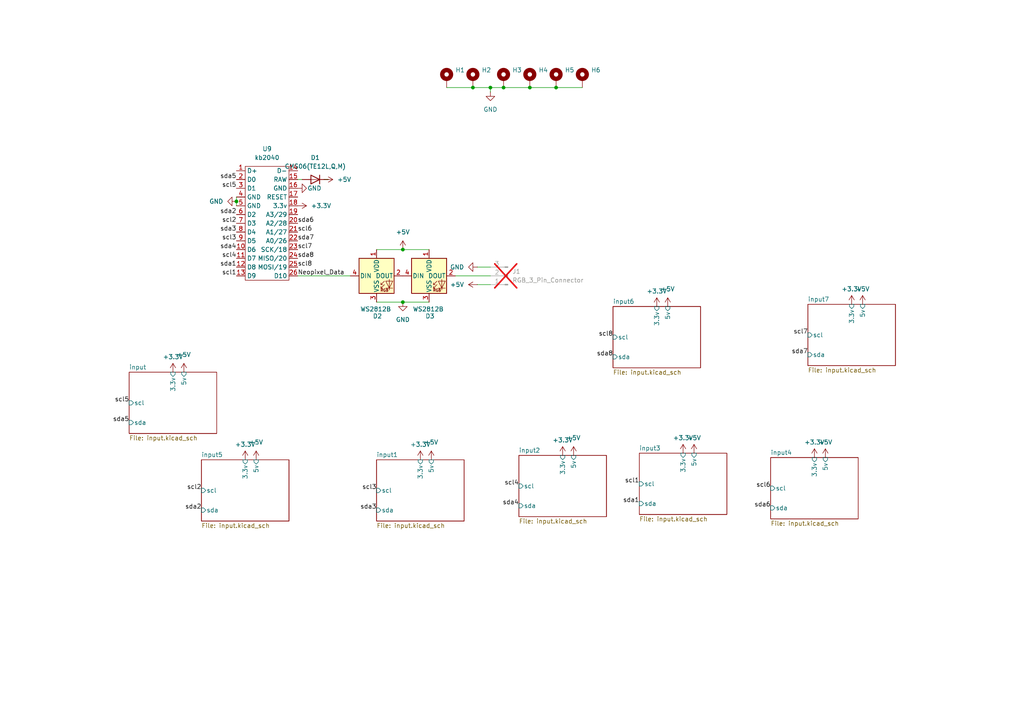
<source format=kicad_sch>
(kicad_sch (version 20250114) (generator "eeschema") (generator_version "9.0")
  (paper "A4")
  (lib_symbols
    (symbol "Connector:Conn_01x03_Pin" (pin_names (offset 1.016) (hide yes))
      (property "Reference" "J" (at 0 5.08 0))
      (property "Value" "Conn_01x03_Pin" (at 0 -5.08 0))
      (symbol "Conn_01x03_Pin_1_1"
        (rectangle (start 0.8636 2.667) (end 0 2.413) (stroke (width 0.1524)) (fill (type outline)))
        (rectangle (start 0.8636 0.127) (end 0 -0.127) (stroke (width 0.1524)) (fill (type outline)))
        (rectangle (start 0.8636 -2.413) (end 0 -2.667) (stroke (width 0.1524)) (fill (type outline)))
        (polyline (pts (xy 1.27 2.54) (xy 0.8636 2.54)) (stroke (width 0.1524)))
        (polyline (pts (xy 1.27 0) (xy 0.8636 0)) (stroke (width 0.1524)))
        (polyline (pts (xy 1.27 -2.54) (xy 0.8636 -2.54)) (stroke (width 0.1524)))
        (pin passive line (at 5.08 2.54 180) (length 3.81) (name "Pin_1") (number "1"))
        (pin passive line (at 5.08 0 180) (length 3.81) (name "Pin_2") (number "2"))
        (pin passive line (at 5.08 -2.54 180) (length 3.81) (name "Pin_3") (number "3"))
      )
    )
    (symbol "Device:D" (pin_numbers (hide yes)) (pin_names (offset 1.016) (hide yes))
      (property "Reference" "D" (at 0 2.54 0))
      (property "Value" "D" (at 0 -2.54 0))
      (symbol "D_0_1"
        (polyline (pts (xy -1.27 1.27) (xy -1.27 -1.27)) (stroke (width 0.254)))
        (polyline (pts (xy 1.27 1.27) (xy 1.27 -1.27) (xy -1.27 0) (xy 1.27 1.27)) (stroke (width 0.254)))
        (polyline (pts (xy 1.27 0) (xy -1.27 0)))
      )
      (symbol "D_1_1"
        (pin passive line (at -3.81 0 0) (length 2.54) (name "K") (number "1"))
        (pin passive line (at 3.81 0 180) (length 2.54) (name "A") (number "2"))
      )
    )
    (symbol "LED:WS2812B" (pin_names (offset 0.254))
      (property "Reference" "D" (at 5.08 5.715 0))
      (property "Value" "WS2812B" (at 1.27 -5.715 0))
      (symbol "WS2812B_0_0"
        (text "RGB" (at 2.286 -4.191 0) (effects (font (size 0.762 0.762))))
      )
      (symbol "WS2812B_0_1"
        (polyline (pts (xy 1.27 -2.54) (xy 1.778 -2.54)))
        (polyline (pts (xy 1.27 -3.556) (xy 1.778 -3.556)))
        (polyline (pts (xy 2.286 -1.524) (xy 1.27 -2.54) (xy 1.27 -2.032)))
        (polyline (pts (xy 2.286 -2.54) (xy 1.27 -3.556) (xy 1.27 -3.048)))
        (polyline (pts (xy 3.683 -1.016) (xy 3.683 -3.556) (xy 3.683 -4.064)))
        (polyline (pts (xy 4.699 -1.524) (xy 2.667 -1.524) (xy 3.683 -3.556) (xy 4.699 -1.524)))
        (polyline (pts (xy 4.699 -3.556) (xy 2.667 -3.556)))
        (rectangle (start 5.08 5.08) (end -5.08 -5.08) (stroke (width 0.254)) (fill (type background)))
      )
      (symbol "WS2812B_1_1"
        (pin input line (at -7.62 0 0) (length 2.54) (name "DIN") (number "4"))
        (pin power_in line (at 0 7.62 270) (length 2.54) (name "VDD") (number "1"))
        (pin power_in line (at 0 -7.62 90) (length 2.54) (name "VSS") (number "3"))
        (pin output line (at 7.62 0 180) (length 2.54) (name "DOUT") (number "2"))
      )
    )
    (symbol "Mechanical:MountingHole_Pad" (pin_numbers (hide yes)) (pin_names (offset 1.016) (hide yes)) (in_bom no)
      (property "Reference" "H" (at 0 6.35 0))
      (property "Value" "MountingHole_Pad" (at 0 4.445 0))
      (symbol "MountingHole_Pad_0_1"
        (circle (center 0 1.27) (radius 1.27) (stroke (width 1.27)))
      )
      (symbol "MountingHole_Pad_1_1"
        (pin input line (at 0 -2.54 90) (length 2.54) (name "1") (number "1"))
      )
    )
    (symbol "kb2040:kb2040"
      (property "Reference" "U" (at 0 0 0))
      (property "Value" "kb2040" (at 0 -2.54 0))
      (symbol "kb2040_0_1"
        (rectangle (start 0 -3.81) (end 12.7 -36.83) (stroke (width 0.1524)))
      )
      (symbol "kb2040_1_1"
        (pin bidirectional line (at -2.54 -5.08 0) (length 2.54) (name "D+") (number "1"))
        (pin bidirectional line (at -2.54 -7.62 0) (length 2.54) (name "D0") (number "2"))
        (pin bidirectional line (at -2.54 -10.16 0) (length 2.54) (name "D1") (number "3"))
        (pin bidirectional line (at -2.54 -12.7 0) (length 2.54) (name "GND") (number "4"))
        (pin bidirectional line (at -2.54 -15.24 0) (length 2.54) (name "GND") (number "5"))
        (pin bidirectional line (at -2.54 -17.78 0) (length 2.54) (name "D2") (number "6"))
        (pin bidirectional line (at -2.54 -20.32 0) (length 2.54) (name "D3") (number "7"))
        (pin bidirectional line (at -2.54 -22.86 0) (length 2.54) (name "D4") (number "8"))
        (pin bidirectional line (at -2.54 -25.4 0) (length 2.54) (name "D5") (number "9"))
        (pin bidirectional line (at -2.54 -27.94 0) (length 2.54) (name "D6") (number "10"))
        (pin bidirectional line (at -2.54 -30.48 0) (length 2.54) (name "D7") (number "11"))
        (pin bidirectional line (at -2.54 -33.02 0) (length 2.54) (name "D8") (number "12"))
        (pin bidirectional line (at -2.54 -35.56 0) (length 2.54) (name "D9") (number "13"))
        (pin bidirectional line (at 15.24 -5.08 180) (length 2.54) (name "D-") (number "14"))
        (pin bidirectional line (at 15.24 -7.62 180) (length 2.54) (name "RAW") (number "15"))
        (pin bidirectional line (at 15.24 -10.16 180) (length 2.54) (name "GND") (number "16"))
        (pin bidirectional line (at 15.24 -12.7 180) (length 2.54) (name "RESET") (number "17"))
        (pin bidirectional line (at 15.24 -15.24 180) (length 2.54) (name "3.3v") (number "18"))
        (pin bidirectional line (at 15.24 -17.78 180) (length 2.54) (name "A3/29") (number "19"))
        (pin bidirectional line (at 15.24 -20.32 180) (length 2.54) (name "A2/28") (number "20"))
        (pin bidirectional line (at 15.24 -22.86 180) (length 2.54) (name "A1/27") (number "21"))
        (pin bidirectional line (at 15.24 -25.4 180) (length 2.54) (name "A0/26") (number "22"))
        (pin bidirectional line (at 15.24 -27.94 180) (length 2.54) (name "SCK/18") (number "23"))
        (pin bidirectional line (at 15.24 -30.48 180) (length 2.54) (name "MISO/20") (number "24"))
        (pin bidirectional line (at 15.24 -33.02 180) (length 2.54) (name "MOSI/19") (number "25"))
        (pin bidirectional line (at 15.24 -35.56 180) (length 2.54) (name "D10") (number "26"))
      )
    )
    (symbol "power:+3.3V" (power) (pin_numbers (hide yes)) (pin_names (offset 0) (hide yes))
      (property "Value" "+3.3V" (at 0 3.556 0))
      (symbol "+3.3V_0_1"
        (polyline (pts (xy -0.762 1.27) (xy 0 2.54)))
        (polyline (pts (xy 0 2.54) (xy 0.762 1.27)))
        (polyline (pts (xy 0 0) (xy 0 2.54)))
      )
      (symbol "+3.3V_1_1"
        (pin power_in line (at 0 0 90) (length 0) (name "~") (number "1"))
      )
    )
    (symbol "power:+5V" (power) (pin_numbers (hide yes)) (pin_names (offset 0) (hide yes))
      (property "Value" "+5V" (at 0 3.556 0))
      (symbol "+5V_0_1"
        (polyline (pts (xy -0.762 1.27) (xy 0 2.54)))
        (polyline (pts (xy 0 2.54) (xy 0.762 1.27)))
        (polyline (pts (xy 0 0) (xy 0 2.54)))
      )
      (symbol "+5V_1_1"
        (pin power_in line (at 0 0 90) (length 0) (name "~") (number "1"))
      )
    )
    (symbol "power:GND" (power) (pin_numbers (hide yes)) (pin_names (offset 0) (hide yes))
      (property "Value" "GND" (at 0 -3.81 0))
      (symbol "GND_0_1"
        (polyline (pts (xy 0 0) (xy 0 -1.27) (xy 1.27 -1.27) (xy 0 -2.54) (xy -1.27 -1.27) (xy 0 -1.27)))
      )
      (symbol "GND_1_1"
        (pin power_in line (at 0 0 270) (length 0) (name "~") (number "1"))
      )
    )
  )
  (junction (at 153.67 25.4))
  (junction (at 146.05 25.4))
  (junction (at 116.84 72.39))
  (junction (at 68.58 58.42))
  (junction (at 142.24 25.4))
  (junction (at 137.16 25.4))
  (junction (at 161.29 25.4))
  (junction (at 116.84 87.63))
  (wire (pts (xy 116.84 72.39) (xy 109.22 72.39)))
  (wire (pts (xy 87.63 52.07) (xy 86.36 52.07)))
  (wire (pts (xy 142.24 25.4) (xy 146.05 25.4)))
  (wire (pts (xy 142.24 25.4) (xy 142.24 26.67)))
  (wire (pts (xy 68.58 57.15) (xy 68.58 58.42)))
  (wire (pts (xy 116.84 87.63) (xy 124.46 87.63)))
  (wire (pts (xy 142.24 77.47) (xy 138.43 77.47)))
  (wire (pts (xy 109.22 87.63) (xy 116.84 87.63)))
  (wire (pts (xy 132.08 80.01) (xy 142.24 80.01)))
  (wire (pts (xy 116.84 72.39) (xy 124.46 72.39)))
  (wire (pts (xy 146.05 25.4) (xy 153.67 25.4)))
  (wire (pts (xy 95.25 52.07) (xy 93.98 52.07)))
  (wire (pts (xy 86.36 80.01) (xy 101.6 80.01)))
  (wire (pts (xy 153.67 25.4) (xy 161.29 25.4)))
  (wire (pts (xy 137.16 25.4) (xy 142.24 25.4)))
  (wire (pts (xy 161.29 25.4) (xy 168.91 25.4)))
  (wire (pts (xy 129.54 25.4) (xy 137.16 25.4)))
  (wire (pts (xy 142.24 82.55) (xy 138.43 82.55)))
  (wire (pts (xy 68.58 58.42) (xy 68.58 59.69)))
  (label "scl8" (at 177.8 97.79 180))
  (label "sda5" (at 68.58 52.07 180))
  (label "sda6" (at 86.36 64.77 0))
  (label "sda6" (at 223.52 147.32 180))
  (label "scl1" (at 185.42 140.335 180))
  (label "scl7" (at 86.36 72.39 0))
  (label "scl7" (at 234.315 97.155 180))
  (label "scl6" (at 223.52 141.605 180))
  (label "scl5" (at 68.58 54.61 180))
  (label "scl3" (at 68.58 69.85 180))
  (label "sda8" (at 86.36 74.93 0))
  (label "scl2" (at 58.42 142.24 180))
  (label "sda8" (at 177.8 103.505 180))
  (label "sda3" (at 109.22 147.955 180))
  (label "scl6" (at 86.36 67.31 0))
  (label "scl5" (at 37.465 116.84 180))
  (label "sda4" (at 68.58 72.39 180))
  (label "sda1" (at 185.42 146.05 180))
  (label "scl8" (at 86.36 77.47 0))
  (label "sda2" (at 68.58 62.23 180))
  (label "sda3" (at 68.58 67.31 180))
  (label "scl2" (at 68.58 64.77 180))
  (label "scl4" (at 68.58 74.93 180))
  (label "sda1" (at 68.58 77.47 180))
  (label "sda7" (at 86.36 69.85 0))
  (label "scl4" (at 150.495 140.97 180))
  (label "scl3" (at 109.22 142.24 180))
  (label "scl1" (at 68.58 80.01 180))
  (label "sda2" (at 58.42 147.955 180))
  (label "sda7" (at 234.315 102.87 180))
  (label "Neopixel_Data" (at 86.36 80.01 0))
  (label "sda4" (at 150.495 146.685 180))
  (label "sda5" (at 37.465 122.555 180))
  (symbol (lib_id "Mechanical:MountingHole_Pad") (at 137.16 22.86 0) (unit 1) (in_bom no)
    (property "Reference" "H2" (at 139.7 20.3199 0) (effects (justify left)))
    (property "Value" "MountingHole_Pad" (effects (hide yes)))
    (property "Footprint" "MountingHole:MountingHole_4.5mm_Pad_Via" (effects (hide yes)))
    (property "Description" "Mounting Hole with connection" (effects (hide yes)))
  )
  (symbol (lib_id "Mechanical:MountingHole_Pad") (at 168.91 22.86 0) (unit 1) (in_bom no)
    (property "Reference" "H6" (at 171.45 20.3199 0) (effects (justify left)))
    (property "Value" "MountingHole_Pad" (effects (hide yes)))
    (property "Footprint" "MountingHole:MountingHole_4.5mm_Pad_Via" (effects (hide yes)))
    (property "Description" "Mounting Hole with connection" (effects (hide yes)))
  )
  (symbol (lib_id "power:+3.3V") (at 198.12 131.445 0) (unit 1)
    (property "Reference" "#PWR038" (effects (hide yes)))
    (property "Value" "+3.3V" (at 198.12 127 0))
    (property "Description" "Power symbol creates a global label with name \"+3.3V\"" (effects (hide yes)))
  )
  (symbol (lib_id "power:+3.3V") (at 86.36 59.69 270) (unit 1)
    (property "Reference" "#PWR03" (effects (hide yes)))
    (property "Value" "+3.3V" (at 90.17 59.6899 90) (effects (justify left)))
    (property "Description" "Power symbol creates a global label with name \"+3.3V\"" (effects (hide yes)))
  )
  (symbol (lib_id "kb2040:kb2040") (at 71.12 44.45 0) (unit 1)
    (property "Reference" "U9" (at 77.47 43.18 0))
    (property "Value" "kb2040" (at 77.47 45.72 0))
    (property "Footprint" "kb2040:kb2040" (effects (hide yes)))
  )
  (symbol (lib_id "LED:WS2812B") (at 109.22 80.01 0) (unit 1)
    (property "Reference" "D2" (at 109.474 91.694 0))
    (property "Value" "WS2812B" (at 108.966 89.662 0))
    (property "Footprint" "LED_SMD:LED_WS2812B_PLCC4_5.0x5.0mm_P3.2mm" (effects (hide yes)))
    (property "Datasheet" "https://cdn-shop.adafruit.com/datasheets/WS2812B.pdf" (effects (hide yes)))
    (property "Description" "RGB LED with integrated controller" (effects (hide yes)))
  )
  (symbol (lib_id "LED:WS2812B") (at 124.46 80.01 0) (unit 1)
    (property "Reference" "D3" (at 124.714 91.694 0))
    (property "Value" "WS2812B" (at 124.206 89.662 0))
    (property "Footprint" "LED_SMD:LED_WS2812B_PLCC4_5.0x5.0mm_P3.2mm" (effects (hide yes)))
    (property "Datasheet" "https://cdn-shop.adafruit.com/datasheets/WS2812B.pdf" (effects (hide yes)))
    (property "Description" "RGB LED with integrated controller" (effects (hide yes)))
  )
  (symbol (lib_id "Mechanical:MountingHole_Pad") (at 129.54 22.86 0) (unit 1) (in_bom no)
    (property "Reference" "H1" (at 132.08 20.3199 0) (effects (justify left)))
    (property "Value" "MountingHole_Pad" (effects (hide yes)))
    (property "Footprint" "MountingHole:MountingHole_4.5mm_Pad_Via" (effects (hide yes)))
    (property "Description" "Mounting Hole with connection" (effects (hide yes)))
  )
  (symbol (lib_id "power:GND") (at 86.36 54.61 90) (unit 1)
    (property "Reference" "#PWR02" (effects (hide yes)))
    (property "Value" "GND" (at 89.154 54.61 90) (effects (justify right)))
    (property "Description" "Power symbol creates a global label with name \"GND\" , ground" (effects (hide yes)))
  )
  (symbol (lib_id "power:+5V") (at 193.675 88.9 0) (unit 1)
    (property "Reference" "#PWR032" (effects (hide yes)))
    (property "Value" "+5V" (at 193.675 83.82 0))
    (property "Description" "Power symbol creates a global label with name \"+5V\"" (effects (hide yes)))
  )
  (symbol (lib_id "power:GND") (at 116.84 87.63 0) (unit 1)
    (property "Reference" "#PWR045" (effects (hide yes)))
    (property "Value" "GND" (at 116.84 92.71 0))
    (property "Description" "Power symbol creates a global label with name \"GND\" , ground" (effects (hide yes)))
  )
  (symbol (lib_id "power:+3.3V") (at 121.92 133.35 0) (unit 1)
    (property "Reference" "#PWR036" (effects (hide yes)))
    (property "Value" "+3.3V" (at 121.92 128.905 0))
    (property "Description" "Power symbol creates a global label with name \"+3.3V\"" (effects (hide yes)))
  )
  (symbol (lib_id "power:+5V") (at 239.395 132.715 0) (unit 1)
    (property "Reference" "#PWR031" (effects (hide yes)))
    (property "Value" "+5V" (at 239.395 128.27 0))
    (property "Description" "Power symbol creates a global label with name \"+5V\"" (effects (hide yes)))
  )
  (symbol (lib_id "power:+3.3V") (at 163.195 132.08 0) (unit 1)
    (property "Reference" "#PWR037" (effects (hide yes)))
    (property "Value" "+3.3V" (at 163.195 127.635 0))
    (property "Description" "Power symbol creates a global label with name \"+3.3V\"" (effects (hide yes)))
  )
  (symbol (lib_id "power:+3.3V") (at 247.015 88.265 0) (unit 1)
    (property "Reference" "#PWR040" (effects (hide yes)))
    (property "Value" "+3.3V" (at 247.015 83.82 0))
    (property "Description" "Power symbol creates a global label with name \"+3.3V\"" (effects (hide yes)))
  )
  (symbol (lib_id "power:+5V") (at 138.43 82.55 90) (unit 1)
    (property "Reference" "#PWR043" (effects (hide yes)))
    (property "Value" "+5V" (at 134.62 82.5499 90) (effects (justify left)))
    (property "Description" "Power symbol creates a global label with name \"+5V\"" (effects (hide yes)))
  )
  (symbol (lib_id "power:+5V") (at 93.98 52.07 270) (unit 1)
    (property "Reference" "#PWR01" (effects (hide yes)))
    (property "Value" "+5V" (at 97.79 52.0699 90) (effects (justify left)))
    (property "Description" "Power symbol creates a global label with name \"+5V\"" (effects (hide yes)))
  )
  (symbol (lib_id "power:GND") (at 68.58 58.42 270) (unit 1)
    (property "Reference" "#PWR042" (effects (hide yes)))
    (property "Value" "GND" (at 64.77 58.4199 90) (effects (justify right)))
    (property "Description" "Power symbol creates a global label with name \"GND\" , ground" (effects (hide yes)))
  )
  (symbol (lib_id "power:+5V") (at 250.19 88.265 0) (unit 1)
    (property "Reference" "#PWR033" (effects (hide yes)))
    (property "Value" "+5V" (at 250.19 83.82 0))
    (property "Description" "Power symbol creates a global label with name \"+5V\"" (effects (hide yes)))
  )
  (symbol (lib_id "Device:D") (at 91.44 52.07 180) (unit 1)
    (property "Reference" "D1" (at 91.44 45.72 0))
    (property "Value" "CMS06(TE12L,Q,M)" (at 91.44 48.26 0))
    (property "Footprint" "Diode_SMD:D_SOD-323_HandSoldering" (effects (hide yes)))
    (property "Datasheet" "https://toshiba.semicon-storage.com/info/CMS06_datasheet_en_20131101.pdf?did=3138&prodName=CMS06" (effects (hide yes)))
    (property "Description" "Diode" (effects (hide yes)))
    (property "Sim.Device" "D" (effects (hide yes)))
    (property "Sim.Pins" "1=K 2=A" (effects (hide yes)))
  )
  (symbol (lib_id "power:+5V") (at 74.295 133.35 0) (unit 1)
    (property "Reference" "#PWR027" (effects (hide yes)))
    (property "Value" "+5V" (at 74.295 128.27 0))
    (property "Description" "Power symbol creates a global label with name \"+5V\"" (effects (hide yes)))
  )
  (symbol (lib_id "Mechanical:MountingHole_Pad") (at 146.05 22.86 0) (unit 1) (in_bom no)
    (property "Reference" "H3" (at 148.59 20.3199 0) (effects (justify left)))
    (property "Value" "MountingHole_Pad" (effects (hide yes)))
    (property "Footprint" "MountingHole:MountingHole_4.5mm_Pad_Via" (effects (hide yes)))
    (property "Description" "Mounting Hole with connection" (effects (hide yes)))
  )
  (symbol (lib_id "power:+3.3V") (at 190.5 88.9 0) (unit 1)
    (property "Reference" "#PWR041" (effects (hide yes)))
    (property "Value" "+3.3V" (at 190.5 84.455 0))
    (property "Description" "Power symbol creates a global label with name \"+3.3V\"" (effects (hide yes)))
  )
  (symbol (lib_id "power:+5V") (at 116.84 72.39 0) (unit 1)
    (property "Reference" "#PWR046" (effects (hide yes)))
    (property "Value" "+5V" (at 116.84 67.31 0))
    (property "Description" "Power symbol creates a global label with name \"+5V\"" (effects (hide yes)))
  )
  (symbol (lib_id "Mechanical:MountingHole_Pad") (at 153.67 22.86 0) (unit 1) (in_bom no)
    (property "Reference" "H4" (at 156.21 20.3199 0) (effects (justify left)))
    (property "Value" "MountingHole_Pad" (effects (hide yes)))
    (property "Footprint" "MountingHole:MountingHole_4.5mm_Pad_Via" (effects (hide yes)))
    (property "Description" "Mounting Hole with connection" (effects (hide yes)))
  )
  (symbol (lib_id "power:+5V") (at 125.095 133.35 0) (unit 1)
    (property "Reference" "#PWR028" (effects (hide yes)))
    (property "Value" "+5V" (at 125.095 128.27 0))
    (property "Description" "Power symbol creates a global label with name \"+5V\"" (effects (hide yes)))
  )
  (symbol (lib_id "power:+5V") (at 201.295 131.445 0) (unit 1)
    (property "Reference" "#PWR030" (effects (hide yes)))
    (property "Value" "+5V" (at 201.295 127 0))
    (property "Description" "Power symbol creates a global label with name \"+5V\"" (effects (hide yes)))
  )
  (symbol (lib_id "power:+3.3V") (at 71.12 133.35 0) (unit 1)
    (property "Reference" "#PWR035" (effects (hide yes)))
    (property "Value" "+3.3V" (at 71.12 128.905 0))
    (property "Description" "Power symbol creates a global label with name \"+3.3V\"" (effects (hide yes)))
  )
  (symbol (lib_id "power:GND") (at 138.43 77.47 270) (unit 1)
    (property "Reference" "#PWR044" (effects (hide yes)))
    (property "Value" "GND" (at 134.62 77.4699 90) (effects (justify right)))
    (property "Description" "Power symbol creates a global label with name \"GND\" , ground" (effects (hide yes)))
  )
  (symbol (lib_id "power:+5V") (at 166.37 132.08 0) (unit 1)
    (property "Reference" "#PWR029" (effects (hide yes)))
    (property "Value" "+5V" (at 166.37 127 0))
    (property "Description" "Power symbol creates a global label with name \"+5V\"" (effects (hide yes)))
  )
  (symbol (lib_id "power:+3.3V") (at 50.165 107.95 0) (unit 1)
    (property "Reference" "#PWR034" (effects (hide yes)))
    (property "Value" "+3.3V" (at 50.165 103.505 0))
    (property "Description" "Power symbol creates a global label with name \"+3.3V\"" (effects (hide yes)))
  )
  (symbol (lib_id "Connector:Conn_01x03_Pin") (at 147.32 80.01 180) (unit 1) (dnp yes)
    (property "Reference" "J1" (at 148.59 78.7399 0) (effects (justify right)))
    (property "Value" "RGB_3_Pin_Connector" (at 148.59 81.2799 0) (effects (justify right)))
    (property "Footprint" "Connector_PinHeader_2.54mm:PinHeader_1x03_P2.54mm_Horizontal" (effects (hide yes)))
    (property "Description" "Generic connector, single row, 01x03, script generated" (effects (hide yes)))
  )
  (symbol (lib_id "power:GND") (at 142.24 26.67 0) (unit 1)
    (property "Reference" "#PWR047" (effects (hide yes)))
    (property "Value" "GND" (at 142.24 31.75 0))
    (property "Description" "Power symbol creates a global label with name \"GND\" , ground" (effects (hide yes)))
  )
  (symbol (lib_id "power:+5V") (at 53.34 107.95 0) (unit 1)
    (property "Reference" "#PWR026" (effects (hide yes)))
    (property "Value" "+5V" (at 53.34 102.87 0))
    (property "Description" "Power symbol creates a global label with name \"+5V\"" (effects (hide yes)))
  )
  (symbol (lib_id "power:+3.3V") (at 236.22 132.715 0) (unit 1)
    (property "Reference" "#PWR039" (effects (hide yes)))
    (property "Value" "+3.3V" (at 236.22 128.27 0))
    (property "Description" "Power symbol creates a global label with name \"+3.3V\"" (effects (hide yes)))
  )
  (symbol (lib_id "Mechanical:MountingHole_Pad") (at 161.29 22.86 0) (unit 1) (in_bom no)
    (property "Reference" "H5" (at 163.83 20.3199 0) (effects (justify left)))
    (property "Value" "MountingHole_Pad" (effects (hide yes)))
    (property "Footprint" "MountingHole:MountingHole_4.5mm_Pad_Via" (effects (hide yes)))
    (property "Description" "Mounting Hole with connection" (effects (hide yes)))
  )
  (sheet (at 177.8 88.9) (size 25.4 17.78) (stroke (width 0.1524))
    (property "Sheetname" "input6" (at 177.8 88.1884 0) (effects (justify left bottom)))
    (property "Sheetfile" "input.kicad_sch" (at 177.8 107.2646 0) (effects (justify left top)))
    (pin "scl" input (at 177.8 97.79 180))
    (pin "3.3v" input (at 190.5 88.9 90))
    (pin "sda" input (at 177.8 103.505 180))
    (pin "5v" input (at 193.675 88.9 90))
  )
  (sheet (at 150.495 132.08) (size 25.4 17.78) (stroke (width 0.1524))
    (property "Sheetname" "input2" (at 150.495 131.3684 0) (effects (justify left bottom)))
    (property "Sheetfile" "input.kicad_sch" (at 150.495 150.4446 0) (effects (justify left top)))
    (pin "scl" input (at 150.495 140.97 180))
    (pin "3.3v" input (at 163.195 132.08 90))
    (pin "sda" input (at 150.495 146.685 180))
    (pin "5v" input (at 166.37 132.08 90))
  )
  (sheet (at 185.42 131.445) (size 25.4 17.78) (stroke (width 0.1524))
    (property "Sheetname" "input3" (at 185.42 130.7334 0) (effects (justify left bottom)))
    (property "Sheetfile" "input.kicad_sch" (at 185.42 149.8096 0) (effects (justify left top)))
    (pin "scl" input (at 185.42 140.335 180))
    (pin "3.3v" input (at 198.12 131.445 90))
    (pin "sda" input (at 185.42 146.05 180))
    (pin "5v" input (at 201.295 131.445 90))
  )
  (sheet (at 58.42 133.35) (size 25.4 17.78) (stroke (width 0.1524))
    (property "Sheetname" "input5" (at 58.42 132.6384 0) (effects (justify left bottom)))
    (property "Sheetfile" "input.kicad_sch" (at 58.42 151.7146 0) (effects (justify left top)))
    (pin "scl" input (at 58.42 142.24 180))
    (pin "3.3v" input (at 71.12 133.35 90))
    (pin "sda" input (at 58.42 147.955 180))
    (pin "5v" input (at 74.295 133.35 90))
  )
  (sheet (at 37.465 107.95) (size 25.4 17.78) (stroke (width 0.1524))
    (property "Sheetname" "input" (at 37.465 107.2384 0) (effects (justify left bottom)))
    (property "Sheetfile" "input.kicad_sch" (at 37.465 126.3146 0) (effects (justify left top)))
    (pin "scl" input (at 37.465 116.84 180))
    (pin "3.3v" input (at 50.165 107.95 90))
    (pin "sda" input (at 37.465 122.555 180))
    (pin "5v" input (at 53.34 107.95 90))
  )
  (sheet (at 234.315 88.265) (size 25.4 17.78) (stroke (width 0.1524))
    (property "Sheetname" "input7" (at 234.315 87.5534 0) (effects (justify left bottom)))
    (property "Sheetfile" "input.kicad_sch" (at 234.315 106.6296 0) (effects (justify left top)))
    (pin "scl" input (at 234.315 97.155 180))
    (pin "3.3v" input (at 247.015 88.265 90))
    (pin "sda" input (at 234.315 102.87 180))
    (pin "5v" input (at 250.19 88.265 90))
  )
  (sheet (at 109.22 133.35) (size 25.4 17.78) (stroke (width 0.1524))
    (property "Sheetname" "input1" (at 109.22 132.6384 0) (effects (justify left bottom)))
    (property "Sheetfile" "input.kicad_sch" (at 109.22 151.7146 0) (effects (justify left top)))
    (pin "scl" input (at 109.22 142.24 180))
    (pin "3.3v" input (at 121.92 133.35 90))
    (pin "sda" input (at 109.22 147.955 180))
    (pin "5v" input (at 125.095 133.35 90))
  )
  (sheet (at 223.52 132.715) (size 25.4 17.78) (stroke (width 0.1524))
    (property "Sheetname" "input4" (at 223.52 132.0034 0) (effects (justify left bottom)))
    (property "Sheetfile" "input.kicad_sch" (at 223.52 151.0796 0) (effects (justify left top)))
    (pin "scl" input (at 223.52 141.605 180))
    (pin "3.3v" input (at 236.22 132.715 90))
    (pin "sda" input (at 223.52 147.32 180))
    (pin "5v" input (at 239.395 132.715 90))
  )
)
</source>
